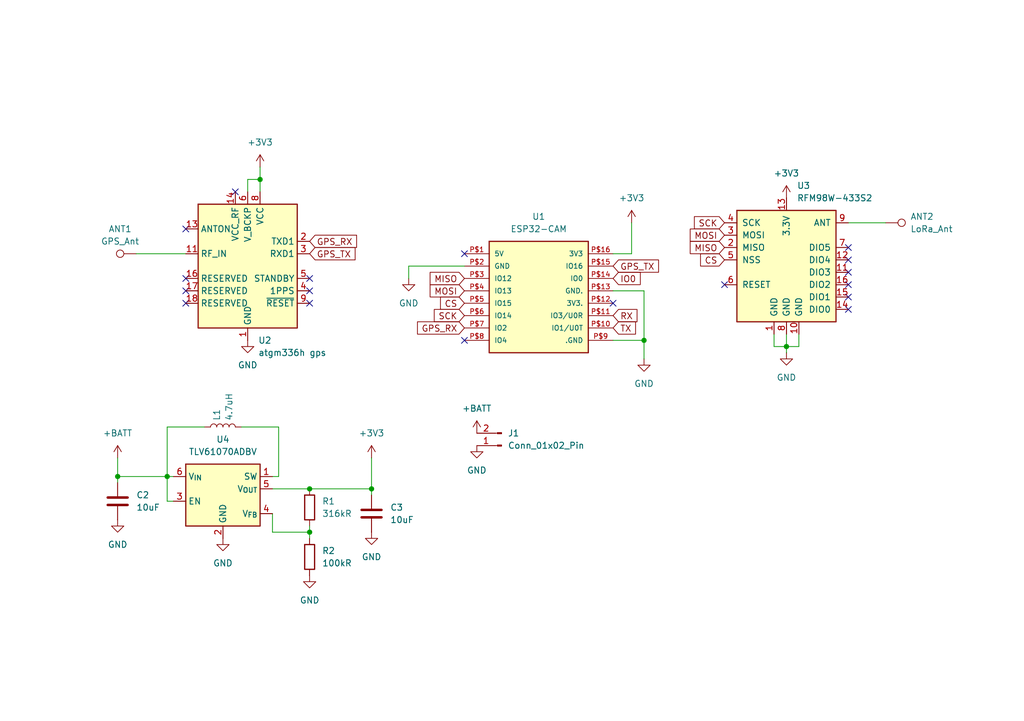
<source format=kicad_sch>
(kicad_sch (version 20250114) (generator "eeschema") (generator_version "9.0")
  (paper "A5")
  (title_block (title "µSSDV") (date "2025-11-17") (rev "0.1"))
  (lib_symbols
    (symbol "Connector:Conn_01x02_Pin" (pin_names (offset 1.016) (hide yes))
      (property "Reference" "J" (at 0 2.54 0))
      (property "Value" "Conn_01x02_Pin" (at 0 -5.08 0))
      (symbol "Conn_01x02_Pin_1_1"
        (rectangle (start 0.8636 0.127) (end 0 -0.127) (stroke (width 0.1524)) (fill (type outline)))
        (rectangle (start 0.8636 -2.413) (end 0 -2.667) (stroke (width 0.1524)) (fill (type outline)))
        (polyline (pts (xy 1.27 0) (xy 0.8636 0)) (stroke (width 0.1524)))
        (polyline (pts (xy 1.27 -2.54) (xy 0.8636 -2.54)) (stroke (width 0.1524)))
        (pin passive line (at 5.08 0 180) (length 3.81) (name "Pin_1") (number "1"))
        (pin passive line (at 5.08 -2.54 180) (length 3.81) (name "Pin_2") (number "2"))
      )
    )
    (symbol "Connector:TestPoint" (pin_numbers (hide yes)) (pin_names (offset 0.762) (hide yes))
      (property "Reference" "TP" (at 0 6.858 0))
      (property "Value" "TestPoint" (at 0 5.08 0))
      (symbol "TestPoint_0_1"
        (circle (center 0 3.302) (radius 0.762))
      )
      (symbol "TestPoint_1_1"
        (pin passive line (at 0 0 90) (length 2.54) (name "1") (number "1"))
      )
    )
    (symbol "Device:C" (pin_numbers (hide yes)) (pin_names (offset 0.254))
      (property "Reference" "C" (at 0.635 2.54 0))
      (property "Value" "C" (at 0.635 -2.54 0))
      (symbol "C_0_1"
        (polyline (pts (xy -2.032 0.762) (xy 2.032 0.762)) (stroke (width 0.508)))
        (polyline (pts (xy -2.032 -0.762) (xy 2.032 -0.762)) (stroke (width 0.508)))
      )
      (symbol "C_1_1"
        (pin passive line (at 0 3.81 270) (length 2.794) (name "~") (number "1"))
        (pin passive line (at 0 -3.81 90) (length 2.794) (name "~") (number "2"))
      )
    )
    (symbol "Device:L" (pin_numbers (hide yes)) (pin_names (offset 1.016) (hide yes))
      (property "Reference" "L" (at -1.27 0 90))
      (property "Value" "L" (at 1.905 0 90))
      (symbol "L_0_1"
        (arc (start 0 2.54) (mid 0.6323 1.905) (end 0 1.27))
        (arc (start 0 1.27) (mid 0.6323 0.635) (end 0 0))
        (arc (start 0 0) (mid 0.6323 -0.635) (end 0 -1.27))
        (arc (start 0 -1.27) (mid 0.6323 -1.905) (end 0 -2.54))
      )
      (symbol "L_1_1"
        (pin passive line (at 0 3.81 270) (length 1.27) (name "1") (number "1"))
        (pin passive line (at 0 -3.81 90) (length 1.27) (name "2") (number "2"))
      )
    )
    (symbol "Device:R" (pin_numbers (hide yes)) (pin_names (offset 0))
      (property "Reference" "R" (at 2.032 0 90))
      (property "Value" "R" (at 0 0 90))
      (symbol "R_0_1"
        (rectangle (start -1.016 -2.54) (end 1.016 2.54) (stroke (width 0.254)))
      )
      (symbol "R_1_1"
        (pin passive line (at 0 3.81 270) (length 1.27) (name "~") (number "1"))
        (pin passive line (at 0 -3.81 90) (length 1.27) (name "~") (number "2"))
      )
    )
    (symbol "ESP32-CAM:ESP32-CAM" (pin_names (offset 1.016))
      (property "Reference" "U" (at -10.16 20.32 0))
      (property "Value" "ESP32-CAM" (at 0 0 0))
      (symbol "ESP32-CAM_0_0"
        (rectangle (start -10.16 -5.08) (end 10.16 17.78) (stroke (width 0.254)) (fill (type background)))
        (pin bidirectional line (at -15.24 15.24 0) (length 5.08) (name "5V") (number "P$1"))
        (pin bidirectional line (at -15.24 12.7 0) (length 5.08) (name "GND") (number "P$2"))
        (pin bidirectional line (at -15.24 10.16 0) (length 5.08) (name "IO12") (number "P$3"))
        (pin bidirectional line (at -15.24 7.62 0) (length 5.08) (name "IO13") (number "P$4"))
        (pin bidirectional line (at -15.24 5.08 0) (length 5.08) (name "IO15") (number "P$5"))
        (pin bidirectional line (at -15.24 2.54 0) (length 5.08) (name "IO14") (number "P$6"))
        (pin bidirectional line (at -15.24 0 0) (length 5.08) (name "IO2") (number "P$7"))
        (pin bidirectional line (at -15.24 -2.54 0) (length 5.08) (name "IO4") (number "P$8"))
        (pin bidirectional line (at 15.24 15.24 180) (length 5.08) (name "3V3") (number "P$16"))
        (pin bidirectional line (at 15.24 12.7 180) (length 5.08) (name "IO16") (number "P$15"))
        (pin bidirectional line (at 15.24 10.16 180) (length 5.08) (name "IO0") (number "P$14"))
        (pin bidirectional line (at 15.24 7.62 180) (length 5.08) (name "GND.") (number "P$13"))
        (pin bidirectional line (at 15.24 5.08 180) (length 5.08) (name "3V3.") (number "P$12"))
        (pin bidirectional line (at 15.24 2.54 180) (length 5.08) (name "IO3/U0R") (number "P$11"))
        (pin bidirectional line (at 15.24 0 180) (length 5.08) (name "IO1/U0T") (number "P$10"))
        (pin bidirectional line (at 15.24 -2.54 180) (length 5.08) (name ".GND") (number "P$9"))
      )
    )
    (symbol "RF_GPS:L70-R"
      (property "Reference" "U" (at -10.16 13.97 0))
      (property "Value" "L70-R" (at 10.16 13.97 0))
      (symbol "L70-R_0_1"
        (rectangle (start -10.16 12.7) (end 10.16 -12.7) (stroke (width 0.254)) (fill (type background)))
      )
      (symbol "L70-R_1_1"
        (pin output line (at -12.7 7.62 0) (length 2.54) (name "ANTON") (number "13"))
        (pin input line (at -12.7 2.54 0) (length 2.54) (name "RF_IN") (number "11"))
        (pin passive line (at -12.7 -2.54 0) (length 2.54) (name "RESERVED") (number "16"))
        (pin passive line (at -12.7 -5.08 0) (length 2.54) (name "RESERVED") (number "17"))
        (pin passive line (at -12.7 -7.62 0) (length 2.54) (name "RESERVED") (number "18"))
        (pin no_connect line (at -10.16 0 0) (length 2.54) (hide yes) (name "NC") (number "15"))
        (pin power_out line (at -2.54 15.24 270) (length 2.54) (name "VCC_RF") (number "14"))
        (pin power_in line (at 0 15.24 270) (length 2.54) (name "V_BCKP") (number "6"))
        (pin power_in line (at 0 -15.24 90) (length 2.54) (name "GND") (number "1"))
        (pin passive line (at 0 -15.24 90) (length 2.54) (hide yes) (name "GND") (number "10"))
        (pin passive line (at 0 -15.24 90) (length 2.54) (hide yes) (name "GND") (number "12"))
        (pin power_in line (at 2.54 15.24 270) (length 2.54) (name "VCC") (number "8"))
        (pin no_connect line (at 10.16 0 180) (length 2.54) (hide yes) (name "NC") (number "7"))
        (pin output line (at 12.7 5.08 180) (length 2.54) (name "TXD1") (number "2"))
        (pin input line (at 12.7 2.54 180) (length 2.54) (name "RXD1") (number "3"))
        (pin input line (at 12.7 -2.54 180) (length 2.54) (name "STANDBY") (number "5"))
        (pin output line (at 12.7 -5.08 180) (length 2.54) (name "1PPS") (number "4"))
        (pin input line (at 12.7 -7.62 180) (length 2.54) (name "~{RESET}") (number "9"))
      )
    )
    (symbol "RF_Module:RFM98W-433S2" (pin_names (offset 1.016))
      (property "Reference" "U" (at -10.414 11.684 0))
      (property "Value" "RFM98W-433S2" (at 1.524 11.43 0))
      (symbol "RFM98W-433S2_0_1"
        (rectangle (start -10.16 10.16) (end 10.16 -12.7) (stroke (width 0.254)) (fill (type background)))
      )
      (symbol "RFM98W-433S2_1_1"
        (pin input line (at -12.7 7.62 0) (length 2.54) (name "SCK") (number "4"))
        (pin input line (at -12.7 5.08 0) (length 2.54) (name "MOSI") (number "3"))
        (pin output line (at -12.7 2.54 0) (length 2.54) (name "MISO") (number "2"))
        (pin input line (at -12.7 0 0) (length 2.54) (name "NSS") (number "5"))
        (pin bidirectional line (at -12.7 -5.08 0) (length 2.54) (name "RESET") (number "6"))
        (pin power_in line (at -2.54 -15.24 90) (length 2.54) (name "GND") (number "1"))
        (pin power_in line (at 0 12.7 270) (length 2.54) (name "3.3V") (number "13"))
        (pin power_in line (at 0 -15.24 90) (length 2.54) (name "GND") (number "8"))
        (pin power_in line (at 2.54 -15.24 90) (length 2.54) (name "GND") (number "10"))
        (pin bidirectional line (at 12.7 7.62 180) (length 2.54) (name "ANT") (number "9"))
        (pin bidirectional line (at 12.7 2.54 180) (length 2.54) (name "DIO5") (number "7"))
        (pin bidirectional line (at 12.7 0 180) (length 2.54) (name "DIO4") (number "12"))
        (pin bidirectional line (at 12.7 -2.54 180) (length 2.54) (name "DIO3") (number "11"))
        (pin bidirectional line (at 12.7 -5.08 180) (length 2.54) (name "DIO2") (number "16"))
        (pin bidirectional line (at 12.7 -7.62 180) (length 2.54) (name "DIO1") (number "15"))
        (pin bidirectional line (at 12.7 -10.16 180) (length 2.54) (name "DIO0") (number "14"))
      )
    )
    (symbol "Regulator_Switching:TLV61070ADBV"
      (property "Reference" "U" (at -7.62 8.89 0))
      (property "Value" "TLV61070ADBV" (at 0 8.89 0))
      (symbol "TLV61070ADBV_0_1"
        (rectangle (start -7.62 7.62) (end 7.62 -5.08) (stroke (width 0.254)) (fill (type background)))
      )
      (symbol "TLV61070ADBV_1_1"
        (pin power_in line (at -10.16 5.08 0) (length 2.54) (name "V_{IN}") (number "6"))
        (pin input line (at -10.16 0 0) (length 2.54) (name "EN") (number "3"))
        (pin power_in line (at 0 -7.62 90) (length 2.54) (name "GND") (number "2"))
        (pin input line (at 10.16 5.08 180) (length 2.54) (name "SW") (number "1"))
        (pin power_out line (at 10.16 2.54 180) (length 2.54) (name "V_{OUT}") (number "5"))
        (pin input line (at 10.16 -2.54 180) (length 2.54) (name "V_{FB}") (number "4"))
      )
    )
    (symbol "power:+3V3" (power) (pin_numbers (hide yes)) (pin_names (offset 0) (hide yes))
      (property "Value" "+3V3" (at 0 3.556 0))
      (symbol "+3V3_0_1"
        (polyline (pts (xy -0.762 1.27) (xy 0 2.54)))
        (polyline (pts (xy 0 2.54) (xy 0.762 1.27)))
        (polyline (pts (xy 0 0) (xy 0 2.54)))
      )
      (symbol "+3V3_1_1"
        (pin power_in line (at 0 0 90) (length 0) (name "~") (number "1"))
      )
    )
    (symbol "power:+BATT" (power) (pin_numbers (hide yes)) (pin_names (offset 0) (hide yes))
      (property "Value" "+BATT" (at 0 3.556 0))
      (symbol "+BATT_0_1"
        (polyline (pts (xy -0.762 1.27) (xy 0 2.54)))
        (polyline (pts (xy 0 2.54) (xy 0.762 1.27)))
        (polyline (pts (xy 0 0) (xy 0 2.54)))
      )
      (symbol "+BATT_1_1"
        (pin power_in line (at 0 0 90) (length 0) (name "~") (number "1"))
      )
    )
    (symbol "power:GND" (power) (pin_numbers (hide yes)) (pin_names (offset 0) (hide yes))
      (property "Value" "GND" (at 0 -3.81 0))
      (symbol "GND_0_1"
        (polyline (pts (xy 0 0) (xy 0 -1.27) (xy 1.27 -1.27) (xy 0 -2.54) (xy -1.27 -1.27) (xy 0 -1.27)))
      )
      (symbol "GND_1_1"
        (pin power_in line (at 0 0 270) (length 0) (name "~") (number "1"))
      )
    )
  )
  (junction (at 63.5 100.33))
  (junction (at 53.34 36.83))
  (junction (at 161.29 71.12))
  (junction (at 34.29 97.79))
  (junction (at 76.2 100.33))
  (junction (at 63.5 109.22))
  (junction (at 24.13 97.79))
  (junction (at 132.08 69.85))
  (no_connect (at 38.1 59.69))
  (no_connect (at 173.99 63.5))
  (no_connect (at 173.99 58.42))
  (no_connect (at 48.26 39.37))
  (no_connect (at 38.1 62.23))
  (no_connect (at 38.1 57.15))
  (no_connect (at 63.5 57.15))
  (no_connect (at 95.25 69.85))
  (no_connect (at 173.99 50.8))
  (no_connect (at 63.5 62.23))
  (no_connect (at 38.1 46.99))
  (no_connect (at 125.73 62.23))
  (no_connect (at 173.99 60.96))
  (no_connect (at 173.99 53.34))
  (no_connect (at 63.5 59.69))
  (no_connect (at 173.99 55.88))
  (no_connect (at 95.25 52.07))
  (no_connect (at 148.59 58.42))
  (wire (pts (xy 34.29 97.79) (xy 34.29 102.87)))
  (wire (pts (xy 161.29 68.58) (xy 161.29 71.12)))
  (wire (pts (xy 57.15 87.63) (xy 57.15 97.79)))
  (wire (pts (xy 95.25 54.61) (xy 83.82 54.61)))
  (wire (pts (xy 50.8 39.37) (xy 50.8 36.83)))
  (wire (pts (xy 63.5 109.22) (xy 63.5 107.95)))
  (wire (pts (xy 163.83 71.12) (xy 161.29 71.12)))
  (wire (pts (xy 53.34 34.29) (xy 53.34 36.83)))
  (wire (pts (xy 49.53 87.63) (xy 57.15 87.63)))
  (wire (pts (xy 24.13 97.79) (xy 34.29 97.79)))
  (wire (pts (xy 163.83 68.58) (xy 163.83 71.12)))
  (wire (pts (xy 24.13 97.79) (xy 24.13 99.06)))
  (wire (pts (xy 132.08 59.69) (xy 132.08 69.85)))
  (wire (pts (xy 50.8 36.83) (xy 53.34 36.83)))
  (wire (pts (xy 161.29 71.12) (xy 161.29 72.39)))
  (wire (pts (xy 76.2 100.33) (xy 63.5 100.33)))
  (wire (pts (xy 76.2 93.98) (xy 76.2 100.33)))
  (wire (pts (xy 24.13 93.98) (xy 24.13 97.79)))
  (wire (pts (xy 125.73 59.69) (xy 132.08 59.69)))
  (wire (pts (xy 173.99 45.72) (xy 181.61 45.72)))
  (wire (pts (xy 34.29 97.79) (xy 35.56 97.79)))
  (wire (pts (xy 34.29 87.63) (xy 34.29 97.79)))
  (wire (pts (xy 53.34 36.83) (xy 53.34 39.37)))
  (wire (pts (xy 55.88 109.22) (xy 63.5 109.22)))
  (wire (pts (xy 132.08 73.66) (xy 132.08 69.85)))
  (wire (pts (xy 132.08 69.85) (xy 125.73 69.85)))
  (wire (pts (xy 27.94 52.07) (xy 38.1 52.07)))
  (wire (pts (xy 57.15 97.79) (xy 55.88 97.79)))
  (wire (pts (xy 41.91 87.63) (xy 34.29 87.63)))
  (wire (pts (xy 55.88 100.33) (xy 63.5 100.33)))
  (wire (pts (xy 83.82 54.61) (xy 83.82 57.15)))
  (wire (pts (xy 55.88 105.41) (xy 55.88 109.22)))
  (wire (pts (xy 129.54 52.07) (xy 129.54 45.72)))
  (wire (pts (xy 125.73 52.07) (xy 129.54 52.07)))
  (wire (pts (xy 35.56 102.87) (xy 34.29 102.87)))
  (wire (pts (xy 63.5 109.22) (xy 63.5 110.49)))
  (wire (pts (xy 76.2 101.6) (xy 76.2 100.33)))
  (wire (pts (xy 158.75 71.12) (xy 161.29 71.12)))
  (wire (pts (xy 158.75 68.58) (xy 158.75 71.12)))
  (global_label "CS" (shape input) (at 95.25 62.23 180) (property "Intersheetrefs" "${INTERSHEET_REFS}" (effects (hide yes))))
  (global_label "MOSI" (shape input) (at 95.25 59.69 180) (property "Intersheetrefs" "${INTERSHEET_REFS}" (effects (hide yes))))
  (global_label "MOSI" (shape input) (at 148.59 48.26 180) (property "Intersheetrefs" "${INTERSHEET_REFS}" (effects (hide yes))))
  (global_label "GPS_RX" (shape input) (at 63.5 49.53 0) (property "Intersheetrefs" "${INTERSHEET_REFS}" (effects (hide yes))))
  (global_label "GPS_TX" (shape input) (at 63.5 52.07 0) (property "Intersheetrefs" "${INTERSHEET_REFS}" (effects (hide yes))))
  (global_label "RX" (shape input) (at 125.73 64.77 0) (property "Intersheetrefs" "${INTERSHEET_REFS}" (effects (hide yes))))
  (global_label "GPS_RX" (shape input) (at 95.25 67.31 180) (property "Intersheetrefs" "${INTERSHEET_REFS}" (effects (hide yes))))
  (global_label "CS" (shape input) (at 148.59 53.34 180) (property "Intersheetrefs" "${INTERSHEET_REFS}" (effects (hide yes))))
  (global_label "SCK" (shape input) (at 95.25 64.77 180) (property "Intersheetrefs" "${INTERSHEET_REFS}" (effects (hide yes))))
  (global_label "SCK" (shape input) (at 148.59 45.72 180) (property "Intersheetrefs" "${INTERSHEET_REFS}" (effects (hide yes))))
  (global_label "IO0" (shape input) (at 125.73 57.15 0) (property "Intersheetrefs" "${INTERSHEET_REFS}" (effects (hide yes))))
  (global_label "MISO" (shape input) (at 148.59 50.8 180) (property "Intersheetrefs" "${INTERSHEET_REFS}" (effects (hide yes))))
  (global_label "GPS_TX" (shape input) (at 125.73 54.61 0) (property "Intersheetrefs" "${INTERSHEET_REFS}" (effects (hide yes))))
  (global_label "TX" (shape input) (at 125.73 67.31 0) (property "Intersheetrefs" "${INTERSHEET_REFS}" (effects (hide yes))))
  (global_label "MISO" (shape input) (at 95.25 57.15 180) (property "Intersheetrefs" "${INTERSHEET_REFS}" (effects (hide yes))))
  (symbol (lib_id "power:GND") (at 50.8 69.85 0) (unit 1)
    (property "Reference" "#PWR03" (effects (hide yes)))
    (property "Value" "GND" (at 50.8 74.93 0))
    (property "Description" "Power symbol creates a global label with name \"GND\" , ground" (effects (hide yes)))
  )
  (symbol (lib_id "RF_Module:RFM98W-433S2") (at 161.29 53.34 0) (unit 1)
    (property "Reference" "U3" (at 163.4333 38.1 0) (effects (justify left)))
    (property "Value" "RFM98W-433S2" (at 163.4333 40.64 0) (effects (justify left)))
    (property "Footprint" "RF_Module:HOPERF_RFM9XW_SMD" (effects (hide yes)))
    (property "Datasheet" "https://www.hoperf.com/data/upload/portal/20181127/5bfcdb5e17543.pdf" (effects (hide yes)))
    (property "Description" "Low power long range transceiver module, SPI and parallel interface, 433 MHz, spreading factor 6 to12, bandwidth 7.8 to 500kHz, -111 to -148 dBm, SMD-16, DIP-16" (effects (hide yes)))
  )
  (symbol (lib_id "Connector:TestPoint") (at 181.61 45.72 270) (unit 1)
    (property "Reference" "ANT2" (at 186.69 44.4499 90) (effects (justify left)))
    (property "Value" "LoRa_Ant" (at 186.69 46.9899 90) (effects (justify left)))
    (property "Footprint" "Connector_PinHeader_2.54mm:PinHeader_1x01_P2.54mm_Vertical" (effects (hide yes)))
    (property "Description" "test point" (effects (hide yes)))
  )
  (symbol (lib_id "Device:C") (at 24.13 102.87 0) (unit 1)
    (property "Reference" "C2" (at 27.94 101.5999 0) (effects (justify left)))
    (property "Value" "10uF" (at 27.94 104.1399 0) (effects (justify left)))
    (property "Footprint" "Capacitor_SMD:C_0603_1608Metric_Pad1.08x0.95mm_HandSolder" (effects (hide yes)))
    (property "Description" "Unpolarized capacitor" (effects (hide yes)))
  )
  (symbol (lib_id "power:+3V3") (at 161.29 40.64 0) (unit 1)
    (property "Reference" "#PWR06" (effects (hide yes)))
    (property "Value" "+3V3" (at 161.29 35.56 0))
    (property "Description" "Power symbol creates a global label with name \"+3V3\"" (effects (hide yes)))
  )
  (symbol (lib_id "Connector:Conn_01x02_Pin") (at 102.87 91.44 180) (unit 1)
    (property "Reference" "J1" (at 104.14 88.8999 0) (effects (justify right)))
    (property "Value" "Conn_01x02_Pin" (at 104.14 91.4399 0) (effects (justify right)))
    (property "Footprint" "Connector_PinHeader_2.54mm:PinHeader_1x02_P2.54mm_Vertical" (effects (hide yes)))
    (property "Description" "Generic connector, single row, 01x02, script generated" (effects (hide yes)))
  )
  (symbol (lib_id "power:GND") (at 76.2 109.22 0) (unit 1)
    (property "Reference" "#PWR018" (effects (hide yes)))
    (property "Value" "GND" (at 76.2 114.3 0))
    (property "Description" "Power symbol creates a global label with name \"GND\" , ground" (effects (hide yes)))
  )
  (symbol (lib_id "power:+3V3") (at 53.34 34.29 0) (unit 1)
    (property "Reference" "#PWR04" (effects (hide yes)))
    (property "Value" "+3V3" (at 53.34 29.21 0))
    (property "Description" "Power symbol creates a global label with name \"+3V3\"" (effects (hide yes)))
  )
  (symbol (lib_id "power:GND") (at 24.13 106.68 0) (unit 1)
    (property "Reference" "#PWR015" (effects (hide yes)))
    (property "Value" "GND" (at 24.13 111.76 0))
    (property "Description" "Power symbol creates a global label with name \"GND\" , ground" (effects (hide yes)))
  )
  (symbol (lib_id "Device:L") (at 45.72 87.63 90) (unit 1)
    (property "Reference" "L1" (at 44.4499 86.36 0) (effects (justify left)))
    (property "Value" "4.7uH" (at 46.9899 86.36 0) (effects (justify left)))
    (property "Footprint" "Inductor_SMD:L_Changjiang_FNR5040S" (effects (hide yes)))
    (property "Description" "Inductor" (effects (hide yes)))
  )
  (symbol (lib_id "power:+3V3") (at 76.2 93.98 0) (unit 1)
    (property "Reference" "#PWR020" (effects (hide yes)))
    (property "Value" "+3V3" (at 76.2 88.9 0))
    (property "Description" "Power symbol creates a global label with name \"+3V3\"" (effects (hide yes)))
  )
  (symbol (lib_id "power:GND") (at 132.08 73.66 0) (unit 1)
    (property "Reference" "#PWR01" (effects (hide yes)))
    (property "Value" "GND" (at 132.08 78.74 0))
    (property "Description" "Power symbol creates a global label with name \"GND\" , ground" (effects (hide yes)))
  )
  (symbol (lib_id "ESP32-CAM:ESP32-CAM") (at 110.49 67.31 0) (unit 1)
    (property "Reference" "U1" (at 110.49 44.45 0))
    (property "Value" "ESP32-CAM" (at 110.49 46.99 0))
    (property "Footprint" "ESP32-CAM:ESP32-CAM" (effects (hide yes)))
    (property "MF" "AI-Thinker" (effects (hide yes)))
    (property "DESCRIPTION" "ESP32 ESP32 Transceiver; 802.11 a/b/g/n (Wi-Fi, WiFi, WLAN), Bluetooth® Smart 4.x Low Energy (BLE) Evaluation Board" (effects (hide yes)))
    (property "PACKAGE" "None" (effects (hide yes)))
    (property "PRICE" "None" (effects (hide yes)))
    (property "Package" "None" (effects (hide yes)))
    (property "Check_prices" "https://www.snapeda.com/parts/ESP32-CAM/AI-Thinker/view-part/?ref=eda" (effects (hide yes)))
    (property "Price" "None" (effects (hide yes)))
    (property "SnapEDA_Link" "https://www.snapeda.com/parts/ESP32-CAM/AI-Thinker/view-part/?ref=snap" (effects (hide yes)))
    (property "MP" "ESP32-CAM" (effects (hide yes)))
    (property "Availability" "Not in stock" (effects (hide yes)))
    (property "AVAILABILITY" "Not in stock" (effects (hide yes)))
    (property "Description_1" "ESP32 ESP32 Transceiver; 802.11 a/b/g/n (Wi-Fi, WiFi, WLAN), Bluetooth® Smart 4.x Low Energy (BLE) Evaluation Board" (effects (hide yes)))
  )
  (symbol (lib_id "Device:R") (at 63.5 104.14 0) (unit 1)
    (property "Reference" "R1" (at 66.04 102.8699 0) (effects (justify left)))
    (property "Value" "316kR" (at 66.04 105.4099 0) (effects (justify left)))
    (property "Footprint" "Resistor_SMD:R_0603_1608Metric_Pad0.98x0.95mm_HandSolder" (effects (hide yes)))
    (property "Description" "Resistor" (effects (hide yes)))
  )
  (symbol (lib_id "power:GND") (at 45.72 110.49 0) (unit 1)
    (property "Reference" "#PWR08" (effects (hide yes)))
    (property "Value" "GND" (at 45.72 115.57 0))
    (property "Description" "Power symbol creates a global label with name \"GND\" , ground" (effects (hide yes)))
  )
  (symbol (lib_id "power:GND") (at 161.29 72.39 0) (unit 1)
    (property "Reference" "#PWR07" (effects (hide yes)))
    (property "Value" "GND" (at 161.29 77.47 0))
    (property "Description" "Power symbol creates a global label with name \"GND\" , ground" (effects (hide yes)))
  )
  (symbol (lib_id "power:GND") (at 83.82 57.15 0) (unit 1)
    (property "Reference" "#PWR02" (effects (hide yes)))
    (property "Value" "GND" (at 83.82 62.23 0))
    (property "Description" "Power symbol creates a global label with name \"GND\" , ground" (effects (hide yes)))
  )
  (symbol (lib_id "RF_GPS:L70-R") (at 50.8 54.61 0) (unit 1)
    (property "Reference" "U2" (at 52.9433 69.85 0) (effects (justify left)))
    (property "Value" "atgm336h gps" (at 52.9433 72.39 0) (effects (justify left)))
    (property "Footprint" "RF_GPS:Quectel_L70-R" (effects (hide yes)))
    (property "Datasheet" "https://www.quectel.com/product/gps-only-l70-r" (effects (hide yes)))
    (property "Description" "Quectel GPS Module" (effects (hide yes)))
  )
  (symbol (lib_id "power:+BATT") (at 24.13 93.98 0) (unit 1)
    (property "Reference" "#PWR019" (effects (hide yes)))
    (property "Value" "+BATT" (at 24.13 88.9 0))
    (property "Description" "Power symbol creates a global label with name \"+BATT\"" (effects (hide yes)))
  )
  (symbol (lib_id "power:GND") (at 97.79 91.44 0) (unit 1)
    (property "Reference" "#PWR09" (effects (hide yes)))
    (property "Value" "GND" (at 97.79 96.52 0))
    (property "Description" "Power symbol creates a global label with name \"GND\" , ground" (effects (hide yes)))
  )
  (symbol (lib_id "Connector:TestPoint") (at 27.94 52.07 90) (unit 1)
    (property "Reference" "ANT1" (at 24.638 46.99 90))
    (property "Value" "GPS_Ant" (at 24.638 49.53 90))
    (property "Footprint" "Connector_PinHeader_2.54mm:PinHeader_1x01_P2.54mm_Vertical" (effects (hide yes)))
    (property "Description" "test point" (effects (hide yes)))
  )
  (symbol (lib_id "Device:R") (at 63.5 114.3 0) (unit 1)
    (property "Reference" "R2" (at 66.04 113.0299 0) (effects (justify left)))
    (property "Value" "100kR" (at 66.04 115.5699 0) (effects (justify left)))
    (property "Footprint" "Resistor_SMD:R_0603_1608Metric_Pad0.98x0.95mm_HandSolder" (effects (hide yes)))
    (property "Description" "Resistor" (effects (hide yes)))
  )
  (symbol (lib_id "Device:C") (at 76.2 105.41 0) (unit 1)
    (property "Reference" "C3" (at 80.01 104.1399 0) (effects (justify left)))
    (property "Value" "10uF" (at 80.01 106.6799 0) (effects (justify left)))
    (property "Footprint" "Capacitor_SMD:C_0603_1608Metric_Pad1.08x0.95mm_HandSolder" (effects (hide yes)))
    (property "Description" "Unpolarized capacitor" (effects (hide yes)))
  )
  (symbol (lib_id "power:+3V3") (at 129.54 45.72 0) (unit 1)
    (property "Reference" "#PWR05" (effects (hide yes)))
    (property "Value" "+3V3" (at 129.54 40.64 0))
    (property "Description" "Power symbol creates a global label with name \"+3V3\"" (effects (hide yes)))
  )
  (symbol (lib_id "power:GND") (at 63.5 118.11 0) (unit 1)
    (property "Reference" "#PWR014" (effects (hide yes)))
    (property "Value" "GND" (at 63.5 123.19 0))
    (property "Description" "Power symbol creates a global label with name \"GND\" , ground" (effects (hide yes)))
  )
  (symbol (lib_id "power:+BATT") (at 97.79 88.9 0) (unit 1)
    (property "Reference" "#PWR010" (effects (hide yes)))
    (property "Value" "+BATT" (at 97.79 83.82 0))
    (property "Description" "Power symbol creates a global label with name \"+BATT\"" (effects (hide yes)))
  )
  (symbol (lib_id "Regulator_Switching:TLV61070ADBV") (at 45.72 102.87 0) (unit 1)
    (property "Reference" "U4" (at 45.72 90.17 0))
    (property "Value" "TLV61070ADBV" (at 45.72 92.71 0))
    (property "Footprint" "Package_TO_SOT_SMD:SOT-23-6_Handsoldering" (effects (hide yes)))
    (property "Datasheet" "https://www.ti.com/lit/ds/symlink/tlv61070a.pdf" (effects (hide yes)))
    (property "Description" "Boost Converter, 2.5A switch current limit, 2.2-5.5V Output Voltage, 0.5-5.5V Input Voltage, SOT-23-6" (effects (hide yes)))
  )
)
</source>
